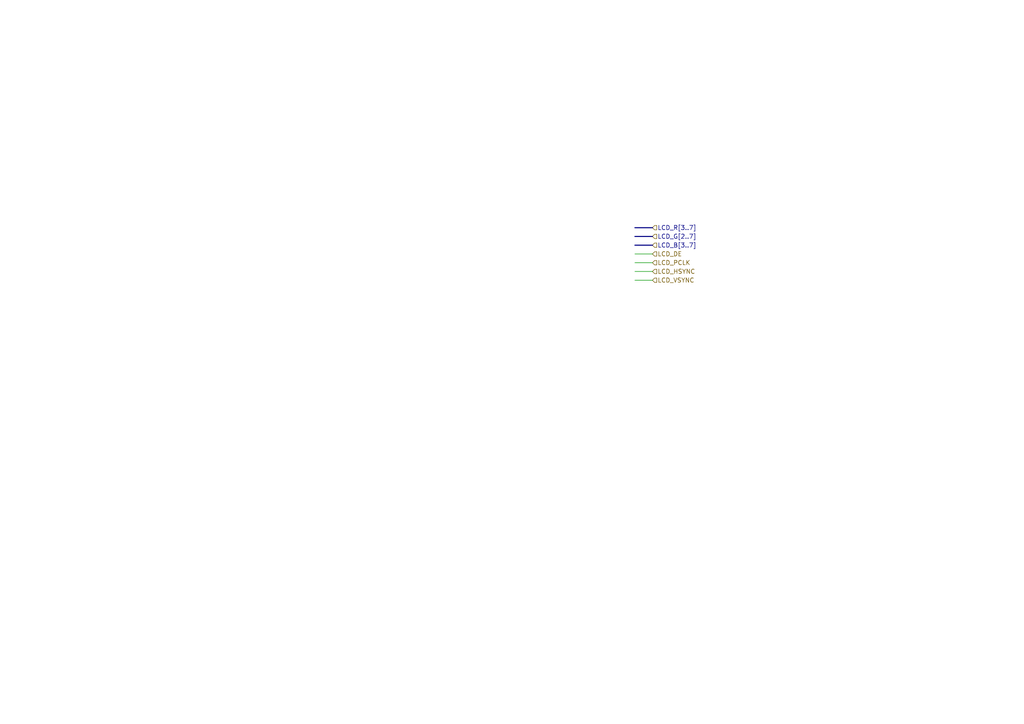
<source format=kicad_sch>
(kicad_sch
	(version 20231120)
	(generator "eeschema")
	(generator_version "8.0")
	(uuid "9d3b88e9-2309-41ac-a71e-463b049ecd9c")
	(paper "A4")
	(lib_symbols)
	(bus
		(pts
			(xy 184.15 71.12) (xy 189.23 71.12)
		)
		(stroke
			(width 0)
			(type default)
		)
		(uuid "2bc0e868-85a1-4f14-ba5e-6625e7b05a2e")
	)
	(bus
		(pts
			(xy 184.15 68.58) (xy 189.23 68.58)
		)
		(stroke
			(width 0)
			(type default)
		)
		(uuid "4dc73570-b79a-44a0-a9b2-0b555fb2503e")
	)
	(wire
		(pts
			(xy 184.15 78.74) (xy 189.23 78.74)
		)
		(stroke
			(width 0)
			(type default)
		)
		(uuid "800ccd04-3c54-4643-a881-6cae2c1159e4")
	)
	(bus
		(pts
			(xy 184.15 66.04) (xy 189.23 66.04)
		)
		(stroke
			(width 0)
			(type default)
		)
		(uuid "a787ce16-2045-4ce4-998e-2efbd39c8e8d")
	)
	(wire
		(pts
			(xy 184.15 73.66) (xy 189.23 73.66)
		)
		(stroke
			(width 0)
			(type default)
		)
		(uuid "ad83ac7c-b687-4174-8fbf-e72037817e23")
	)
	(wire
		(pts
			(xy 184.15 81.28) (xy 189.23 81.28)
		)
		(stroke
			(width 0)
			(type default)
		)
		(uuid "c543a92c-5ec4-44b7-aa9d-012ba240d059")
	)
	(wire
		(pts
			(xy 184.15 76.2) (xy 189.23 76.2)
		)
		(stroke
			(width 0)
			(type default)
		)
		(uuid "dfa7d23d-0062-4f84-ba78-81f745112c7f")
	)
	(hierarchical_label "LCD_R[3..7]"
		(shape input)
		(at 189.23 66.04 0)
		(fields_autoplaced yes)
		(effects
			(font
				(size 1.27 1.27)
			)
			(justify left)
		)
		(uuid "3dfb6dbc-bd57-41d5-8187-0559ce810690")
	)
	(hierarchical_label "LCD_G[2..7]"
		(shape input)
		(at 189.23 68.58 0)
		(fields_autoplaced yes)
		(effects
			(font
				(size 1.27 1.27)
			)
			(justify left)
		)
		(uuid "63b2e11c-270b-4b52-af8f-748449ed9eb6")
	)
	(hierarchical_label "LCD_B[3..7]"
		(shape input)
		(at 189.23 71.12 0)
		(fields_autoplaced yes)
		(effects
			(font
				(size 1.27 1.27)
			)
			(justify left)
		)
		(uuid "6d47f3ae-dd0e-439f-a45b-ded4d64ed1a7")
	)
	(hierarchical_label "LCD_VSYNC"
		(shape input)
		(at 189.23 81.28 0)
		(fields_autoplaced yes)
		(effects
			(font
				(size 1.27 1.27)
			)
			(justify left)
		)
		(uuid "77ab74e4-c425-416d-8349-b4349774999f")
	)
	(hierarchical_label "LCD_DE"
		(shape input)
		(at 189.23 73.66 0)
		(fields_autoplaced yes)
		(effects
			(font
				(size 1.27 1.27)
			)
			(justify left)
		)
		(uuid "7d0706d0-c444-40a6-8ef8-942c62391559")
	)
	(hierarchical_label "LCD_PCLK"
		(shape input)
		(at 189.23 76.2 0)
		(fields_autoplaced yes)
		(effects
			(font
				(size 1.27 1.27)
			)
			(justify left)
		)
		(uuid "c51c1f79-a1c0-4631-a20f-4dd7d7511e7f")
	)
	(hierarchical_label "LCD_HSYNC"
		(shape input)
		(at 189.23 78.74 0)
		(fields_autoplaced yes)
		(effects
			(font
				(size 1.27 1.27)
			)
			(justify left)
		)
		(uuid "d1695cbf-2d32-4231-a571-c95865459d6b")
	)
)

</source>
